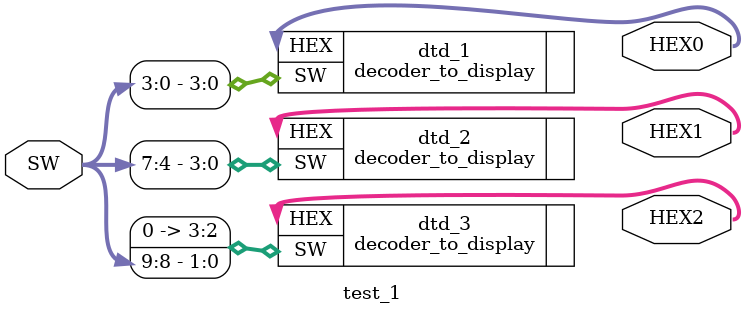
<source format=v>
module test_1(SW,HEX0,HEX1, HEX2);

	input [9:0] SW;
	output [6:0] HEX0;
	output [6:0] HEX1;
	output [6:0] HEX2;
 
	//wire [3:0] bin0, bin1, bin2;

	
	
	decoder_to_display dtd_1 (.SW(SW[3:0]),.HEX(HEX0));
	decoder_to_display dtd_2 (.SW(SW[7:4]),.HEX(HEX1));
	decoder_to_display dtd_3 (.SW({2'b00,SW[9:8]}),.HEX(HEX2));
	

endmodule
</source>
